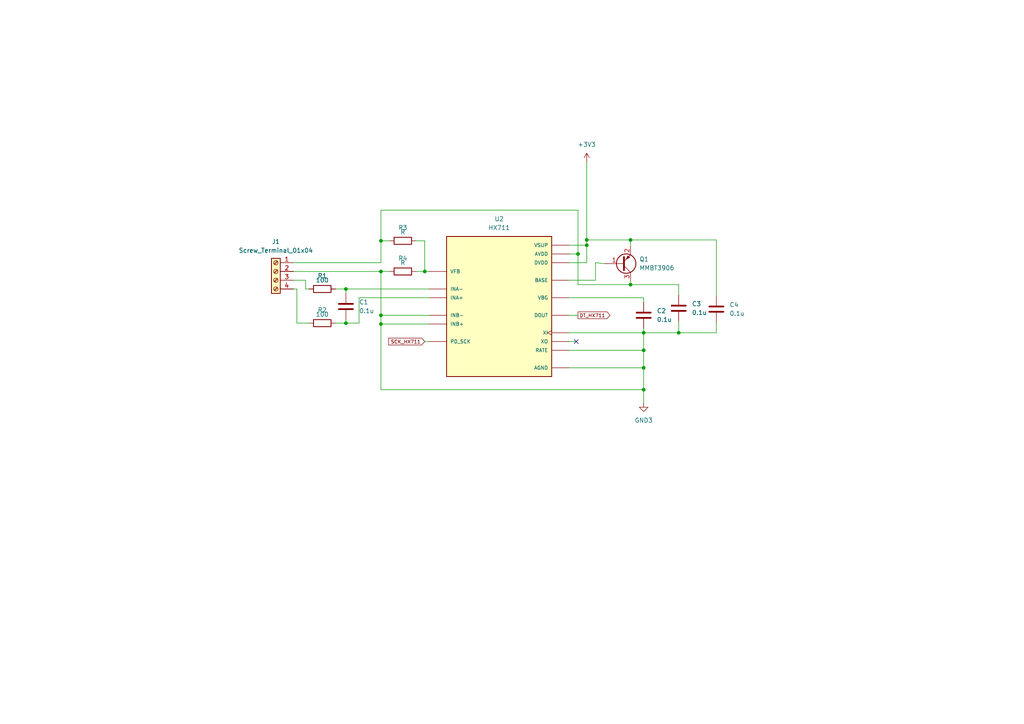
<source format=kicad_sch>
(kicad_sch (version 20211123) (generator eeschema)

  (uuid 6544a0bd-ffbd-452e-864d-571e9d25db30)

  (paper "A4")

  (lib_symbols
    (symbol "Connector:Screw_Terminal_01x04" (pin_names (offset 1.016) hide) (in_bom yes) (on_board yes)
      (property "Reference" "J" (id 0) (at 0 5.08 0)
        (effects (font (size 1.27 1.27)))
      )
      (property "Value" "Screw_Terminal_01x04" (id 1) (at 0 -7.62 0)
        (effects (font (size 1.27 1.27)))
      )
      (property "Footprint" "" (id 2) (at 0 0 0)
        (effects (font (size 1.27 1.27)) hide)
      )
      (property "Datasheet" "~" (id 3) (at 0 0 0)
        (effects (font (size 1.27 1.27)) hide)
      )
      (property "ki_keywords" "screw terminal" (id 4) (at 0 0 0)
        (effects (font (size 1.27 1.27)) hide)
      )
      (property "ki_description" "Generic screw terminal, single row, 01x04, script generated (kicad-library-utils/schlib/autogen/connector/)" (id 5) (at 0 0 0)
        (effects (font (size 1.27 1.27)) hide)
      )
      (property "ki_fp_filters" "TerminalBlock*:*" (id 6) (at 0 0 0)
        (effects (font (size 1.27 1.27)) hide)
      )
      (symbol "Screw_Terminal_01x04_1_1"
        (rectangle (start -1.27 3.81) (end 1.27 -6.35)
          (stroke (width 0.254) (type default) (color 0 0 0 0))
          (fill (type background))
        )
        (circle (center 0 -5.08) (radius 0.635)
          (stroke (width 0.1524) (type default) (color 0 0 0 0))
          (fill (type none))
        )
        (circle (center 0 -2.54) (radius 0.635)
          (stroke (width 0.1524) (type default) (color 0 0 0 0))
          (fill (type none))
        )
        (polyline
          (pts
            (xy -0.5334 -4.7498)
            (xy 0.3302 -5.588)
          )
          (stroke (width 0.1524) (type default) (color 0 0 0 0))
          (fill (type none))
        )
        (polyline
          (pts
            (xy -0.5334 -2.2098)
            (xy 0.3302 -3.048)
          )
          (stroke (width 0.1524) (type default) (color 0 0 0 0))
          (fill (type none))
        )
        (polyline
          (pts
            (xy -0.5334 0.3302)
            (xy 0.3302 -0.508)
          )
          (stroke (width 0.1524) (type default) (color 0 0 0 0))
          (fill (type none))
        )
        (polyline
          (pts
            (xy -0.5334 2.8702)
            (xy 0.3302 2.032)
          )
          (stroke (width 0.1524) (type default) (color 0 0 0 0))
          (fill (type none))
        )
        (polyline
          (pts
            (xy -0.3556 -4.572)
            (xy 0.508 -5.4102)
          )
          (stroke (width 0.1524) (type default) (color 0 0 0 0))
          (fill (type none))
        )
        (polyline
          (pts
            (xy -0.3556 -2.032)
            (xy 0.508 -2.8702)
          )
          (stroke (width 0.1524) (type default) (color 0 0 0 0))
          (fill (type none))
        )
        (polyline
          (pts
            (xy -0.3556 0.508)
            (xy 0.508 -0.3302)
          )
          (stroke (width 0.1524) (type default) (color 0 0 0 0))
          (fill (type none))
        )
        (polyline
          (pts
            (xy -0.3556 3.048)
            (xy 0.508 2.2098)
          )
          (stroke (width 0.1524) (type default) (color 0 0 0 0))
          (fill (type none))
        )
        (circle (center 0 0) (radius 0.635)
          (stroke (width 0.1524) (type default) (color 0 0 0 0))
          (fill (type none))
        )
        (circle (center 0 2.54) (radius 0.635)
          (stroke (width 0.1524) (type default) (color 0 0 0 0))
          (fill (type none))
        )
        (pin passive line (at -5.08 2.54 0) (length 3.81)
          (name "Pin_1" (effects (font (size 1.27 1.27))))
          (number "1" (effects (font (size 1.27 1.27))))
        )
        (pin passive line (at -5.08 0 0) (length 3.81)
          (name "Pin_2" (effects (font (size 1.27 1.27))))
          (number "2" (effects (font (size 1.27 1.27))))
        )
        (pin passive line (at -5.08 -2.54 0) (length 3.81)
          (name "Pin_3" (effects (font (size 1.27 1.27))))
          (number "3" (effects (font (size 1.27 1.27))))
        )
        (pin passive line (at -5.08 -5.08 0) (length 3.81)
          (name "Pin_4" (effects (font (size 1.27 1.27))))
          (number "4" (effects (font (size 1.27 1.27))))
        )
      )
    )
    (symbol "Device:C" (pin_numbers hide) (pin_names (offset 0.254)) (in_bom yes) (on_board yes)
      (property "Reference" "C" (id 0) (at 0.635 2.54 0)
        (effects (font (size 1.27 1.27)) (justify left))
      )
      (property "Value" "C" (id 1) (at 0.635 -2.54 0)
        (effects (font (size 1.27 1.27)) (justify left))
      )
      (property "Footprint" "" (id 2) (at 0.9652 -3.81 0)
        (effects (font (size 1.27 1.27)) hide)
      )
      (property "Datasheet" "~" (id 3) (at 0 0 0)
        (effects (font (size 1.27 1.27)) hide)
      )
      (property "ki_keywords" "cap capacitor" (id 4) (at 0 0 0)
        (effects (font (size 1.27 1.27)) hide)
      )
      (property "ki_description" "Unpolarized capacitor" (id 5) (at 0 0 0)
        (effects (font (size 1.27 1.27)) hide)
      )
      (property "ki_fp_filters" "C_*" (id 6) (at 0 0 0)
        (effects (font (size 1.27 1.27)) hide)
      )
      (symbol "C_0_1"
        (polyline
          (pts
            (xy -2.032 -0.762)
            (xy 2.032 -0.762)
          )
          (stroke (width 0.508) (type default) (color 0 0 0 0))
          (fill (type none))
        )
        (polyline
          (pts
            (xy -2.032 0.762)
            (xy 2.032 0.762)
          )
          (stroke (width 0.508) (type default) (color 0 0 0 0))
          (fill (type none))
        )
      )
      (symbol "C_1_1"
        (pin passive line (at 0 3.81 270) (length 2.794)
          (name "~" (effects (font (size 1.27 1.27))))
          (number "1" (effects (font (size 1.27 1.27))))
        )
        (pin passive line (at 0 -3.81 90) (length 2.794)
          (name "~" (effects (font (size 1.27 1.27))))
          (number "2" (effects (font (size 1.27 1.27))))
        )
      )
    )
    (symbol "Device:R" (pin_numbers hide) (pin_names (offset 0)) (in_bom yes) (on_board yes)
      (property "Reference" "R" (id 0) (at 2.032 0 90)
        (effects (font (size 1.27 1.27)))
      )
      (property "Value" "R" (id 1) (at 0 0 90)
        (effects (font (size 1.27 1.27)))
      )
      (property "Footprint" "" (id 2) (at -1.778 0 90)
        (effects (font (size 1.27 1.27)) hide)
      )
      (property "Datasheet" "~" (id 3) (at 0 0 0)
        (effects (font (size 1.27 1.27)) hide)
      )
      (property "ki_keywords" "R res resistor" (id 4) (at 0 0 0)
        (effects (font (size 1.27 1.27)) hide)
      )
      (property "ki_description" "Resistor" (id 5) (at 0 0 0)
        (effects (font (size 1.27 1.27)) hide)
      )
      (property "ki_fp_filters" "R_*" (id 6) (at 0 0 0)
        (effects (font (size 1.27 1.27)) hide)
      )
      (symbol "R_0_1"
        (rectangle (start -1.016 -2.54) (end 1.016 2.54)
          (stroke (width 0.254) (type default) (color 0 0 0 0))
          (fill (type none))
        )
      )
      (symbol "R_1_1"
        (pin passive line (at 0 3.81 270) (length 1.27)
          (name "~" (effects (font (size 1.27 1.27))))
          (number "1" (effects (font (size 1.27 1.27))))
        )
        (pin passive line (at 0 -3.81 90) (length 1.27)
          (name "~" (effects (font (size 1.27 1.27))))
          (number "2" (effects (font (size 1.27 1.27))))
        )
      )
    )
    (symbol "HX711:HX711" (pin_numbers hide) (pin_names (offset 1.016)) (in_bom yes) (on_board yes)
      (property "Reference" "U" (id 0) (at -15.24 22.86 0)
        (effects (font (size 1.27 1.27)) (justify left bottom))
      )
      (property "Value" "HX711" (id 1) (at -15.24 -25.4 0)
        (effects (font (size 1.27 1.27)) (justify left bottom))
      )
      (property "Footprint" "SOP127P600X180-16N" (id 2) (at 0 0 0)
        (effects (font (size 1.27 1.27)) (justify left bottom) hide)
      )
      (property "Datasheet" "" (id 3) (at 0 0 0)
        (effects (font (size 1.27 1.27)) (justify left bottom) hide)
      )
      (property "PARTREV" "V2.0" (id 4) (at 0 0 0)
        (effects (font (size 1.27 1.27)) (justify left bottom) hide)
      )
      (property "MAXIMUM_PACKAGE_HEIGHT" "1.8 mm" (id 5) (at 0 0 0)
        (effects (font (size 1.27 1.27)) (justify left bottom) hide)
      )
      (property "MANUFACTURER" "Avia Semiconductor" (id 6) (at 0 0 0)
        (effects (font (size 1.27 1.27)) (justify left bottom) hide)
      )
      (property "SNAPEDA_PN" "HX711" (id 7) (at 0 0 0)
        (effects (font (size 1.27 1.27)) (justify left bottom) hide)
      )
      (property "STANDARD" "IPC-7351B" (id 8) (at 0 0 0)
        (effects (font (size 1.27 1.27)) (justify left bottom) hide)
      )
      (property "ki_locked" "" (id 9) (at 0 0 0)
        (effects (font (size 1.27 1.27)))
      )
      (symbol "HX711_0_0"
        (rectangle (start -15.24 -20.32) (end 15.24 20.32)
          (stroke (width 0.254) (type default) (color 0 0 0 0))
          (fill (type background))
        )
        (pin power_in line (at 20.32 17.78 180) (length 5.08)
          (name "VSUP" (effects (font (size 1.016 1.016))))
          (number "1" (effects (font (size 1.016 1.016))))
        )
        (pin input line (at -20.32 -5.08 0) (length 5.08)
          (name "INB+" (effects (font (size 1.016 1.016))))
          (number "10" (effects (font (size 1.016 1.016))))
        )
        (pin input line (at -20.32 -10.16 0) (length 5.08)
          (name "PD_SCK" (effects (font (size 1.016 1.016))))
          (number "11" (effects (font (size 1.016 1.016))))
        )
        (pin output line (at 20.32 -2.54 180) (length 5.08)
          (name "DOUT" (effects (font (size 1.016 1.016))))
          (number "12" (effects (font (size 1.016 1.016))))
        )
        (pin output line (at 20.32 -10.16 180) (length 5.08)
          (name "XO" (effects (font (size 1.016 1.016))))
          (number "13" (effects (font (size 1.016 1.016))))
        )
        (pin input clock (at 20.32 -7.62 180) (length 5.08)
          (name "XI" (effects (font (size 1.016 1.016))))
          (number "14" (effects (font (size 1.016 1.016))))
        )
        (pin input line (at 20.32 -12.7 180) (length 5.08)
          (name "RATE" (effects (font (size 1.016 1.016))))
          (number "15" (effects (font (size 1.016 1.016))))
        )
        (pin power_in line (at 20.32 12.7 180) (length 5.08)
          (name "DVDD" (effects (font (size 1.016 1.016))))
          (number "16" (effects (font (size 1.016 1.016))))
        )
        (pin output line (at 20.32 7.62 180) (length 5.08)
          (name "BASE" (effects (font (size 1.016 1.016))))
          (number "2" (effects (font (size 1.016 1.016))))
        )
        (pin power_in line (at 20.32 15.24 180) (length 5.08)
          (name "AVDD" (effects (font (size 1.016 1.016))))
          (number "3" (effects (font (size 1.016 1.016))))
        )
        (pin input line (at -20.32 10.16 0) (length 5.08)
          (name "VFB" (effects (font (size 1.016 1.016))))
          (number "4" (effects (font (size 1.016 1.016))))
        )
        (pin power_in line (at 20.32 -17.78 180) (length 5.08)
          (name "AGND" (effects (font (size 1.016 1.016))))
          (number "5" (effects (font (size 1.016 1.016))))
        )
        (pin output line (at 20.32 2.54 180) (length 5.08)
          (name "VBG" (effects (font (size 1.016 1.016))))
          (number "6" (effects (font (size 1.016 1.016))))
        )
        (pin input line (at -20.32 5.08 0) (length 5.08)
          (name "INA-" (effects (font (size 1.016 1.016))))
          (number "7" (effects (font (size 1.016 1.016))))
        )
        (pin input line (at -20.32 2.54 0) (length 5.08)
          (name "INA+" (effects (font (size 1.016 1.016))))
          (number "8" (effects (font (size 1.016 1.016))))
        )
        (pin input line (at -20.32 -2.54 0) (length 5.08)
          (name "INB-" (effects (font (size 1.016 1.016))))
          (number "9" (effects (font (size 1.016 1.016))))
        )
      )
    )
    (symbol "Transistor_BJT:MMBT3906" (pin_names (offset 0) hide) (in_bom yes) (on_board yes)
      (property "Reference" "Q" (id 0) (at 5.08 1.905 0)
        (effects (font (size 1.27 1.27)) (justify left))
      )
      (property "Value" "MMBT3906" (id 1) (at 5.08 0 0)
        (effects (font (size 1.27 1.27)) (justify left))
      )
      (property "Footprint" "Package_TO_SOT_SMD:SOT-23" (id 2) (at 5.08 -1.905 0)
        (effects (font (size 1.27 1.27) italic) (justify left) hide)
      )
      (property "Datasheet" "https://www.onsemi.com/pub/Collateral/2N3906-D.PDF" (id 3) (at 0 0 0)
        (effects (font (size 1.27 1.27)) (justify left) hide)
      )
      (property "ki_keywords" "PNP Transistor" (id 4) (at 0 0 0)
        (effects (font (size 1.27 1.27)) hide)
      )
      (property "ki_description" "-0.2A Ic, -40V Vce, Small Signal PNP Transistor, SOT-23" (id 5) (at 0 0 0)
        (effects (font (size 1.27 1.27)) hide)
      )
      (property "ki_fp_filters" "SOT?23*" (id 6) (at 0 0 0)
        (effects (font (size 1.27 1.27)) hide)
      )
      (symbol "MMBT3906_0_1"
        (polyline
          (pts
            (xy 0.635 0.635)
            (xy 2.54 2.54)
          )
          (stroke (width 0) (type default) (color 0 0 0 0))
          (fill (type none))
        )
        (polyline
          (pts
            (xy 0.635 -0.635)
            (xy 2.54 -2.54)
            (xy 2.54 -2.54)
          )
          (stroke (width 0) (type default) (color 0 0 0 0))
          (fill (type none))
        )
        (polyline
          (pts
            (xy 0.635 1.905)
            (xy 0.635 -1.905)
            (xy 0.635 -1.905)
          )
          (stroke (width 0.508) (type default) (color 0 0 0 0))
          (fill (type none))
        )
        (polyline
          (pts
            (xy 2.286 -1.778)
            (xy 1.778 -2.286)
            (xy 1.27 -1.27)
            (xy 2.286 -1.778)
            (xy 2.286 -1.778)
          )
          (stroke (width 0) (type default) (color 0 0 0 0))
          (fill (type outline))
        )
        (circle (center 1.27 0) (radius 2.8194)
          (stroke (width 0.254) (type default) (color 0 0 0 0))
          (fill (type none))
        )
      )
      (symbol "MMBT3906_1_1"
        (pin input line (at -5.08 0 0) (length 5.715)
          (name "B" (effects (font (size 1.27 1.27))))
          (number "1" (effects (font (size 1.27 1.27))))
        )
        (pin passive line (at 2.54 -5.08 90) (length 2.54)
          (name "E" (effects (font (size 1.27 1.27))))
          (number "2" (effects (font (size 1.27 1.27))))
        )
        (pin passive line (at 2.54 5.08 270) (length 2.54)
          (name "C" (effects (font (size 1.27 1.27))))
          (number "3" (effects (font (size 1.27 1.27))))
        )
      )
    )
    (symbol "power:+3V3" (power) (pin_names (offset 0)) (in_bom yes) (on_board yes)
      (property "Reference" "#PWR" (id 0) (at 0 -3.81 0)
        (effects (font (size 1.27 1.27)) hide)
      )
      (property "Value" "+3V3" (id 1) (at 0 3.556 0)
        (effects (font (size 1.27 1.27)))
      )
      (property "Footprint" "" (id 2) (at 0 0 0)
        (effects (font (size 1.27 1.27)) hide)
      )
      (property "Datasheet" "" (id 3) (at 0 0 0)
        (effects (font (size 1.27 1.27)) hide)
      )
      (property "ki_keywords" "power-flag" (id 4) (at 0 0 0)
        (effects (font (size 1.27 1.27)) hide)
      )
      (property "ki_description" "Power symbol creates a global label with name \"+3V3\"" (id 5) (at 0 0 0)
        (effects (font (size 1.27 1.27)) hide)
      )
      (symbol "+3V3_0_1"
        (polyline
          (pts
            (xy -0.762 1.27)
            (xy 0 2.54)
          )
          (stroke (width 0) (type default) (color 0 0 0 0))
          (fill (type none))
        )
        (polyline
          (pts
            (xy 0 0)
            (xy 0 2.54)
          )
          (stroke (width 0) (type default) (color 0 0 0 0))
          (fill (type none))
        )
        (polyline
          (pts
            (xy 0 2.54)
            (xy 0.762 1.27)
          )
          (stroke (width 0) (type default) (color 0 0 0 0))
          (fill (type none))
        )
      )
      (symbol "+3V3_1_1"
        (pin power_in line (at 0 0 90) (length 0) hide
          (name "+3V3" (effects (font (size 1.27 1.27))))
          (number "1" (effects (font (size 1.27 1.27))))
        )
      )
    )
    (symbol "power:GND3" (power) (pin_names (offset 0)) (in_bom yes) (on_board yes)
      (property "Reference" "#PWR" (id 0) (at 0 -6.35 0)
        (effects (font (size 1.27 1.27)) hide)
      )
      (property "Value" "GND3" (id 1) (at 0 -3.81 0)
        (effects (font (size 1.27 1.27)))
      )
      (property "Footprint" "" (id 2) (at 0 0 0)
        (effects (font (size 1.27 1.27)) hide)
      )
      (property "Datasheet" "" (id 3) (at 0 0 0)
        (effects (font (size 1.27 1.27)) hide)
      )
      (property "ki_keywords" "power-flag" (id 4) (at 0 0 0)
        (effects (font (size 1.27 1.27)) hide)
      )
      (property "ki_description" "Power symbol creates a global label with name \"GND3\" , ground" (id 5) (at 0 0 0)
        (effects (font (size 1.27 1.27)) hide)
      )
      (symbol "GND3_0_1"
        (polyline
          (pts
            (xy 0 0)
            (xy 0 -1.27)
            (xy 1.27 -1.27)
            (xy 0 -2.54)
            (xy -1.27 -1.27)
            (xy 0 -1.27)
          )
          (stroke (width 0) (type default) (color 0 0 0 0))
          (fill (type none))
        )
      )
      (symbol "GND3_1_1"
        (pin power_in line (at 0 0 270) (length 0) hide
          (name "GND3" (effects (font (size 1.27 1.27))))
          (number "1" (effects (font (size 1.27 1.27))))
        )
      )
    )
  )


  (junction (at 123.19 78.74) (diameter 0) (color 0 0 0 0)
    (uuid 09941d4f-00ed-4262-adf4-7c7eadd39bdb)
  )
  (junction (at 182.88 69.596) (diameter 0) (color 0 0 0 0)
    (uuid 0ada56a0-5082-4fce-b74c-beb1b7c27c9f)
  )
  (junction (at 186.69 106.68) (diameter 0) (color 0 0 0 0)
    (uuid 2cef992e-b46b-42c8-8893-ced719488072)
  )
  (junction (at 186.69 96.52) (diameter 0) (color 0 0 0 0)
    (uuid 45a8abf5-a0e5-463a-9b4e-498fb5e0a22e)
  )
  (junction (at 170.18 71.12) (diameter 0) (color 0 0 0 0)
    (uuid 5e192d92-a06a-48e3-9fd3-04752c593e36)
  )
  (junction (at 186.69 113.03) (diameter 0) (color 0 0 0 0)
    (uuid 6c105007-2304-4c9a-813d-563dd3ad878b)
  )
  (junction (at 170.18 69.596) (diameter 0) (color 0 0 0 0)
    (uuid 815b0674-1dc8-4e54-9390-deac5378734a)
  )
  (junction (at 110.49 69.85) (diameter 0) (color 0 0 0 0)
    (uuid 8dafc751-9ebe-4c02-9882-857c1d094480)
  )
  (junction (at 196.85 96.52) (diameter 0) (color 0 0 0 0)
    (uuid 9772b01c-743c-4df8-b567-502eab3600f2)
  )
  (junction (at 167.64 73.66) (diameter 0) (color 0 0 0 0)
    (uuid a079b20f-a477-4491-9b51-191fdee2b71a)
  )
  (junction (at 110.49 78.74) (diameter 0) (color 0 0 0 0)
    (uuid a7f8b603-38b0-41a2-a503-181f88fb55bd)
  )
  (junction (at 186.69 101.6) (diameter 0) (color 0 0 0 0)
    (uuid a973d35c-7bb9-4e70-befb-e0ea683963e9)
  )
  (junction (at 100.33 93.726) (diameter 0) (color 0 0 0 0)
    (uuid c4cd767a-e354-46c1-88a8-d95ebbe77f80)
  )
  (junction (at 182.88 82.55) (diameter 0) (color 0 0 0 0)
    (uuid d3eba1cd-f7f5-45b0-9166-2660e50e5f3c)
  )
  (junction (at 110.49 91.44) (diameter 0) (color 0 0 0 0)
    (uuid d62a26b2-552e-41d8-b387-ce070f3eb047)
  )
  (junction (at 110.49 93.98) (diameter 0) (color 0 0 0 0)
    (uuid d70f3f1c-7fc8-4815-aa52-f7321ffae048)
  )
  (junction (at 100.33 83.82) (diameter 0) (color 0 0 0 0)
    (uuid e79e6faf-a6a0-4167-ab0d-1be8001d88ab)
  )

  (no_connect (at 167.132 99.06) (uuid 3d2488a4-478c-4407-a2d8-bfd3d7e92a05))

  (wire (pts (xy 85.09 81.28) (xy 88.646 81.28))
    (stroke (width 0) (type default) (color 0 0 0 0))
    (uuid 05633e9d-6eb1-4deb-b22c-a01025cffaee)
  )
  (wire (pts (xy 120.65 78.74) (xy 123.19 78.74))
    (stroke (width 0) (type default) (color 0 0 0 0))
    (uuid 08697682-6ed8-403e-9899-58ff63fce4b8)
  )
  (wire (pts (xy 165.1 91.44) (xy 167.64 91.44))
    (stroke (width 0) (type default) (color 0 0 0 0))
    (uuid 12ddf4b6-8614-47e3-b37f-8acfe179c50c)
  )
  (wire (pts (xy 123.19 99.06) (xy 124.46 99.06))
    (stroke (width 0) (type default) (color 0 0 0 0))
    (uuid 15c65634-0155-497f-a7ed-a59be7e21a27)
  )
  (wire (pts (xy 100.33 83.82) (xy 124.46 83.82))
    (stroke (width 0) (type default) (color 0 0 0 0))
    (uuid 1e1b5d5a-c0c2-4b71-bc0e-ac709e3a3291)
  )
  (wire (pts (xy 186.69 86.36) (xy 186.69 87.63))
    (stroke (width 0) (type default) (color 0 0 0 0))
    (uuid 245f9f19-76d1-4798-bd7e-2541a48fab4c)
  )
  (wire (pts (xy 165.1 76.2) (xy 170.18 76.2))
    (stroke (width 0) (type default) (color 0 0 0 0))
    (uuid 295aae21-261c-4fcd-88cc-b1a9de263c15)
  )
  (wire (pts (xy 186.69 101.6) (xy 186.69 106.68))
    (stroke (width 0) (type default) (color 0 0 0 0))
    (uuid 2cab39d9-79cf-4e41-9cff-d41eb6bd998c)
  )
  (wire (pts (xy 120.65 69.85) (xy 123.19 69.85))
    (stroke (width 0) (type default) (color 0 0 0 0))
    (uuid 2ce28a47-bc21-4555-b1e0-d987000096a1)
  )
  (wire (pts (xy 207.772 69.596) (xy 182.88 69.596))
    (stroke (width 0) (type default) (color 0 0 0 0))
    (uuid 31785d8b-194e-4a1b-901d-a07f1babecfc)
  )
  (wire (pts (xy 123.19 69.85) (xy 123.19 78.74))
    (stroke (width 0) (type default) (color 0 0 0 0))
    (uuid 3221d8e5-e9b5-4cd6-8428-8130aa00644a)
  )
  (wire (pts (xy 167.132 99.06) (xy 165.1 99.06))
    (stroke (width 0) (type default) (color 0 0 0 0))
    (uuid 35b73a86-9414-4e93-ab55-f99445e1dee8)
  )
  (wire (pts (xy 110.49 91.44) (xy 124.46 91.44))
    (stroke (width 0) (type default) (color 0 0 0 0))
    (uuid 374cf120-53c1-4b76-bdaa-979485242cbc)
  )
  (wire (pts (xy 207.772 93.472) (xy 207.772 96.52))
    (stroke (width 0) (type default) (color 0 0 0 0))
    (uuid 3ce532ba-acef-4fca-a611-f7445e77f792)
  )
  (wire (pts (xy 196.85 85.598) (xy 196.85 82.55))
    (stroke (width 0) (type default) (color 0 0 0 0))
    (uuid 3dda40af-5b5a-429c-9102-363ee72b3b9c)
  )
  (wire (pts (xy 186.69 106.68) (xy 165.1 106.68))
    (stroke (width 0) (type default) (color 0 0 0 0))
    (uuid 42e0b495-41ea-4d67-a8a6-5ba79150377b)
  )
  (wire (pts (xy 186.69 113.03) (xy 186.69 106.68))
    (stroke (width 0) (type default) (color 0 0 0 0))
    (uuid 4442ba42-cc62-47b6-a9d3-db36c66bfec7)
  )
  (wire (pts (xy 170.18 69.596) (xy 170.18 71.12))
    (stroke (width 0) (type default) (color 0 0 0 0))
    (uuid 47cbca13-6415-4e0b-9897-22fc8c7b66cb)
  )
  (wire (pts (xy 165.1 81.28) (xy 172.72 81.28))
    (stroke (width 0) (type default) (color 0 0 0 0))
    (uuid 48c7c81f-5e5f-418f-b690-880f5b3f5018)
  )
  (wire (pts (xy 196.85 93.218) (xy 196.85 96.52))
    (stroke (width 0) (type default) (color 0 0 0 0))
    (uuid 48cf9278-4c41-43c4-ab51-fc63b35a30d7)
  )
  (wire (pts (xy 104.14 86.36) (xy 104.14 93.726))
    (stroke (width 0) (type default) (color 0 0 0 0))
    (uuid 4b3aa735-0258-49fd-9564-4ee6499cd9a0)
  )
  (wire (pts (xy 165.1 96.52) (xy 186.69 96.52))
    (stroke (width 0) (type default) (color 0 0 0 0))
    (uuid 503b780a-5ac2-4ac3-b936-e6783b13b590)
  )
  (wire (pts (xy 85.09 78.74) (xy 110.49 78.74))
    (stroke (width 0) (type default) (color 0 0 0 0))
    (uuid 57b17581-aa98-430a-b261-98978a76ca66)
  )
  (wire (pts (xy 182.88 82.55) (xy 167.64 82.55))
    (stroke (width 0) (type default) (color 0 0 0 0))
    (uuid 58247d2b-cfe1-4d76-a8fe-d9173851dfc1)
  )
  (wire (pts (xy 97.282 93.726) (xy 100.33 93.726))
    (stroke (width 0) (type default) (color 0 0 0 0))
    (uuid 5db34682-9b18-4190-b74c-f49db64d8f75)
  )
  (wire (pts (xy 110.49 91.44) (xy 110.49 93.98))
    (stroke (width 0) (type default) (color 0 0 0 0))
    (uuid 5f37ee7e-1313-4c73-be1a-97c1e81b48e1)
  )
  (wire (pts (xy 85.09 76.2) (xy 110.49 76.2))
    (stroke (width 0) (type default) (color 0 0 0 0))
    (uuid 63323c21-77d5-46c5-97bf-d30700e459af)
  )
  (wire (pts (xy 167.64 73.66) (xy 167.64 60.96))
    (stroke (width 0) (type default) (color 0 0 0 0))
    (uuid 65bb6ab6-a9ac-4edd-9e1b-753d3805ff7e)
  )
  (wire (pts (xy 100.33 83.82) (xy 100.33 85.09))
    (stroke (width 0) (type default) (color 0 0 0 0))
    (uuid 6a6b9459-dce7-41d3-b636-e4e8316819a9)
  )
  (wire (pts (xy 170.18 46.99) (xy 170.18 69.596))
    (stroke (width 0) (type default) (color 0 0 0 0))
    (uuid 6d9f83e1-d38d-4d5c-8a7b-05e85e6b459c)
  )
  (wire (pts (xy 186.69 95.25) (xy 186.69 96.52))
    (stroke (width 0) (type default) (color 0 0 0 0))
    (uuid 6ea8d3c1-745c-4d98-80ca-6f13fd985cd5)
  )
  (wire (pts (xy 100.33 93.726) (xy 104.14 93.726))
    (stroke (width 0) (type default) (color 0 0 0 0))
    (uuid 726190a1-94ee-494c-a13d-2d6dcd06f81e)
  )
  (wire (pts (xy 172.72 81.28) (xy 172.72 76.2))
    (stroke (width 0) (type default) (color 0 0 0 0))
    (uuid 73106169-77fc-49fa-be63-dd9be980b69d)
  )
  (wire (pts (xy 167.64 73.66) (xy 167.64 82.55))
    (stroke (width 0) (type default) (color 0 0 0 0))
    (uuid 770e5b47-66d5-4b42-b0b5-7478a48d3657)
  )
  (wire (pts (xy 182.88 81.534) (xy 182.88 82.55))
    (stroke (width 0) (type default) (color 0 0 0 0))
    (uuid 79b7cc8c-c309-4fb1-b6cf-e7d9e2b8c8b8)
  )
  (wire (pts (xy 123.19 78.74) (xy 124.46 78.74))
    (stroke (width 0) (type default) (color 0 0 0 0))
    (uuid 7ddb63a0-8dd9-41ab-8d05-f6a03488f40d)
  )
  (wire (pts (xy 182.88 71.374) (xy 182.88 69.596))
    (stroke (width 0) (type default) (color 0 0 0 0))
    (uuid 7e8770f3-98f3-4741-867f-76d949ae841a)
  )
  (wire (pts (xy 110.49 113.03) (xy 186.69 113.03))
    (stroke (width 0) (type default) (color 0 0 0 0))
    (uuid 80c0de42-9836-45c6-aa0e-1306fc352518)
  )
  (wire (pts (xy 182.88 69.596) (xy 170.18 69.596))
    (stroke (width 0) (type default) (color 0 0 0 0))
    (uuid 81e2af1f-ee29-4cfa-9d63-ab54355efde1)
  )
  (wire (pts (xy 124.46 93.98) (xy 110.49 93.98))
    (stroke (width 0) (type default) (color 0 0 0 0))
    (uuid 8243b58e-6469-481a-8632-98626a63a5e7)
  )
  (wire (pts (xy 110.49 69.85) (xy 110.49 76.2))
    (stroke (width 0) (type default) (color 0 0 0 0))
    (uuid 84f7c88b-81da-4651-bd06-b013c4e906db)
  )
  (wire (pts (xy 110.49 78.74) (xy 110.49 91.44))
    (stroke (width 0) (type default) (color 0 0 0 0))
    (uuid 8e347c71-c840-4ffa-846f-670514237c00)
  )
  (wire (pts (xy 207.772 96.52) (xy 196.85 96.52))
    (stroke (width 0) (type default) (color 0 0 0 0))
    (uuid 902b7683-2b37-424e-9582-7a5f8b257280)
  )
  (wire (pts (xy 207.772 85.852) (xy 207.772 69.596))
    (stroke (width 0) (type default) (color 0 0 0 0))
    (uuid 927b6ce3-d9cf-4e97-9c9f-4e48529cbb23)
  )
  (wire (pts (xy 186.69 113.03) (xy 186.69 116.84))
    (stroke (width 0) (type default) (color 0 0 0 0))
    (uuid 968cdb94-47cc-4034-af76-951ab1c54817)
  )
  (wire (pts (xy 165.1 101.6) (xy 186.69 101.6))
    (stroke (width 0) (type default) (color 0 0 0 0))
    (uuid 96e83c38-03a5-48de-a5fd-a29881790461)
  )
  (wire (pts (xy 89.662 93.726) (xy 86.106 93.726))
    (stroke (width 0) (type default) (color 0 0 0 0))
    (uuid ab191c6a-a96d-4ed9-8c34-9334ca870cbe)
  )
  (wire (pts (xy 196.85 96.52) (xy 186.69 96.52))
    (stroke (width 0) (type default) (color 0 0 0 0))
    (uuid aef31c86-60af-4739-9271-b177ca1b02f5)
  )
  (wire (pts (xy 165.1 73.66) (xy 167.64 73.66))
    (stroke (width 0) (type default) (color 0 0 0 0))
    (uuid b148c944-ed41-41c7-88bc-1564f231d6ad)
  )
  (wire (pts (xy 104.14 86.36) (xy 124.46 86.36))
    (stroke (width 0) (type default) (color 0 0 0 0))
    (uuid c2472521-03aa-4a92-8235-d06ade946163)
  )
  (wire (pts (xy 97.282 83.82) (xy 100.33 83.82))
    (stroke (width 0) (type default) (color 0 0 0 0))
    (uuid c7fd1210-5d36-44e3-ab61-db42f17fdae1)
  )
  (wire (pts (xy 113.03 78.74) (xy 110.49 78.74))
    (stroke (width 0) (type default) (color 0 0 0 0))
    (uuid cc2caa69-11b0-49e2-a62f-5e571613813c)
  )
  (wire (pts (xy 110.49 60.96) (xy 110.49 69.85))
    (stroke (width 0) (type default) (color 0 0 0 0))
    (uuid cd7a35d4-354f-4f9b-843b-fee929816040)
  )
  (wire (pts (xy 186.69 96.52) (xy 186.69 101.6))
    (stroke (width 0) (type default) (color 0 0 0 0))
    (uuid cdb1a91c-50d3-43ce-98ed-5199ff18dfa5)
  )
  (wire (pts (xy 89.662 83.82) (xy 88.646 83.82))
    (stroke (width 0) (type default) (color 0 0 0 0))
    (uuid d4c5e9d6-3bda-47ac-8808-31b04468e80b)
  )
  (wire (pts (xy 170.18 71.12) (xy 170.18 76.2))
    (stroke (width 0) (type default) (color 0 0 0 0))
    (uuid d6af6628-463a-43c4-af8e-dbf99711e621)
  )
  (wire (pts (xy 85.09 83.82) (xy 86.106 83.82))
    (stroke (width 0) (type default) (color 0 0 0 0))
    (uuid e22e2a4a-bfca-452f-9b3a-2d1fc09976a9)
  )
  (wire (pts (xy 110.49 93.98) (xy 110.49 113.03))
    (stroke (width 0) (type default) (color 0 0 0 0))
    (uuid e51c032f-5bbc-484c-ba9f-e50c9a8d4fe3)
  )
  (wire (pts (xy 196.85 82.55) (xy 182.88 82.55))
    (stroke (width 0) (type default) (color 0 0 0 0))
    (uuid e5cba7a0-707d-4c6c-b7e3-34c0e9c04c38)
  )
  (wire (pts (xy 165.1 71.12) (xy 170.18 71.12))
    (stroke (width 0) (type default) (color 0 0 0 0))
    (uuid ebf5db2b-09e8-4d29-8e74-f92159fd25eb)
  )
  (wire (pts (xy 110.49 69.85) (xy 113.03 69.85))
    (stroke (width 0) (type default) (color 0 0 0 0))
    (uuid eead6a49-663c-4036-8308-37a869099dd6)
  )
  (wire (pts (xy 88.646 83.82) (xy 88.646 81.28))
    (stroke (width 0) (type default) (color 0 0 0 0))
    (uuid eedca919-ee9f-4616-a255-b1ce54cdda6d)
  )
  (wire (pts (xy 100.33 92.71) (xy 100.33 93.726))
    (stroke (width 0) (type default) (color 0 0 0 0))
    (uuid f2039d25-54f8-49f6-93a2-0bd18fffa14d)
  )
  (wire (pts (xy 165.1 86.36) (xy 186.69 86.36))
    (stroke (width 0) (type default) (color 0 0 0 0))
    (uuid f5a148f0-44ee-482a-98ff-2948763db458)
  )
  (wire (pts (xy 172.72 76.2) (xy 175.26 76.454))
    (stroke (width 0) (type default) (color 0 0 0 0))
    (uuid fd16e863-956b-4a3b-9544-5e7e77322658)
  )
  (wire (pts (xy 167.64 60.96) (xy 110.49 60.96))
    (stroke (width 0) (type default) (color 0 0 0 0))
    (uuid fe33023e-ea10-4505-a8ba-476296ac6289)
  )
  (wire (pts (xy 86.106 93.726) (xy 86.106 83.82))
    (stroke (width 0) (type default) (color 0 0 0 0))
    (uuid ffd5239b-abd7-4ab1-8d41-77feb6d61931)
  )

  (global_label "DT_HX711" (shape output) (at 167.64 91.44 0) (fields_autoplaced)
    (effects (font (size 1 1)) (justify left))
    (uuid ab4448ea-507e-4aca-8481-2b127766f179)
    (property "Intersheet References" "${INTERSHEET_REFS}" (id 0) (at 176.921 91.3775 0)
      (effects (font (size 1 1)) (justify left) hide)
    )
  )
  (global_label "SCK_HX711" (shape input) (at 123.19 99.06 180) (fields_autoplaced)
    (effects (font (size 1 1)) (justify right))
    (uuid eccefb71-57aa-4caf-88e2-abd0bc5ddbbe)
    (property "Intersheet References" "${INTERSHEET_REFS}" (id 0) (at 112.7186 98.9975 0)
      (effects (font (size 1 1)) (justify right) hide)
    )
  )

  (symbol (lib_id "power:GND3") (at 186.69 116.84 0) (unit 1)
    (in_bom yes) (on_board yes) (fields_autoplaced)
    (uuid 19b58c1a-50fc-46b7-9f8f-317c7b5e6cff)
    (property "Reference" "#PWR04" (id 0) (at 186.69 123.19 0)
      (effects (font (size 1.27 1.27)) hide)
    )
    (property "Value" "GND3" (id 1) (at 186.69 121.92 0))
    (property "Footprint" "" (id 2) (at 186.69 116.84 0)
      (effects (font (size 1.27 1.27)) hide)
    )
    (property "Datasheet" "" (id 3) (at 186.69 116.84 0)
      (effects (font (size 1.27 1.27)) hide)
    )
    (pin "1" (uuid c5f04a8c-44e9-4898-9822-7b76337b889f))
  )

  (symbol (lib_id "Device:R") (at 93.472 93.726 270) (mirror x) (unit 1)
    (in_bom yes) (on_board yes)
    (uuid 1a417331-cdf2-479f-8548-d02b1c4dd364)
    (property "Reference" "R2" (id 0) (at 93.472 89.916 90))
    (property "Value" "100" (id 1) (at 93.472 91.186 90))
    (property "Footprint" "Resistor_SMD:R_0201_0603Metric_Pad0.64x0.40mm_HandSolder" (id 2) (at 93.472 95.504 90)
      (effects (font (size 1.27 1.27)) hide)
    )
    (property "Datasheet" "~" (id 3) (at 93.472 93.726 0)
      (effects (font (size 1.27 1.27)) hide)
    )
    (pin "1" (uuid 78aaa056-ef2a-4aec-9147-135921c3f193))
    (pin "2" (uuid 766e7d56-eb74-47fa-9e9d-e155e7c98e45))
  )

  (symbol (lib_id "power:+3V3") (at 170.18 46.99 0) (unit 1)
    (in_bom yes) (on_board yes) (fields_autoplaced)
    (uuid 3410633a-ceef-4504-8850-87d995f775a3)
    (property "Reference" "#PWR03" (id 0) (at 170.18 50.8 0)
      (effects (font (size 1.27 1.27)) hide)
    )
    (property "Value" "+3V3" (id 1) (at 170.18 41.91 0))
    (property "Footprint" "" (id 2) (at 170.18 46.99 0)
      (effects (font (size 1.27 1.27)) hide)
    )
    (property "Datasheet" "" (id 3) (at 170.18 46.99 0)
      (effects (font (size 1.27 1.27)) hide)
    )
    (pin "1" (uuid 91fb7a2c-3c12-46d6-9acc-21f64af73e05))
  )

  (symbol (lib_id "Device:R") (at 116.84 69.85 270) (unit 1)
    (in_bom yes) (on_board yes)
    (uuid 3a93cf8a-7548-4743-8fbd-e74b9849930b)
    (property "Reference" "R3" (id 0) (at 116.84 66.04 90))
    (property "Value" "R" (id 1) (at 116.84 67.31 90))
    (property "Footprint" "Resistor_SMD:R_0201_0603Metric_Pad0.64x0.40mm_HandSolder" (id 2) (at 116.84 68.072 90)
      (effects (font (size 1.27 1.27)) hide)
    )
    (property "Datasheet" "~" (id 3) (at 116.84 69.85 0)
      (effects (font (size 1.27 1.27)) hide)
    )
    (pin "1" (uuid 26e2cb01-5490-4748-a2a4-4db115aba2d2))
    (pin "2" (uuid ae437c95-36bc-48de-9db6-6b954de31c86))
  )

  (symbol (lib_id "Connector:Screw_Terminal_01x04") (at 80.01 78.74 0) (mirror y) (unit 1)
    (in_bom yes) (on_board yes) (fields_autoplaced)
    (uuid 44e3725d-64c5-40f5-a0dc-19bfff816fe6)
    (property "Reference" "J1" (id 0) (at 80.01 70.104 0))
    (property "Value" "Screw_Terminal_01x04" (id 1) (at 80.01 72.644 0))
    (property "Footprint" "TerminalBlock:TerminalBlock_bornier-4_P5.08mm" (id 2) (at 80.01 78.74 0)
      (effects (font (size 1.27 1.27)) hide)
    )
    (property "Datasheet" "~" (id 3) (at 80.01 78.74 0)
      (effects (font (size 1.27 1.27)) hide)
    )
    (pin "1" (uuid f00c41a9-74dd-47d1-aaa4-94e3fff3d73b))
    (pin "2" (uuid 5827ac19-4307-4fd1-b94c-28fd7c015dcc))
    (pin "3" (uuid a649d8f8-63f4-4f6f-bc12-ce561e2872a2))
    (pin "4" (uuid 05ef6b58-c7d4-4d95-ae09-58c8aa0c0651))
  )

  (symbol (lib_id "Transistor_BJT:MMBT3906") (at 180.34 76.454 0) (mirror x) (unit 1)
    (in_bom yes) (on_board yes) (fields_autoplaced)
    (uuid 4f87bbd3-9daf-435b-be45-907a9dd6b47a)
    (property "Reference" "Q1" (id 0) (at 185.42 75.1839 0)
      (effects (font (size 1.27 1.27)) (justify left))
    )
    (property "Value" "MMBT3906" (id 1) (at 185.42 77.7239 0)
      (effects (font (size 1.27 1.27)) (justify left))
    )
    (property "Footprint" "Package_TO_SOT_SMD:SOT-23" (id 2) (at 185.42 74.549 0)
      (effects (font (size 1.27 1.27) italic) (justify left) hide)
    )
    (property "Datasheet" "https://www.onsemi.com/pub/Collateral/2N3906-D.PDF" (id 3) (at 180.34 76.454 0)
      (effects (font (size 1.27 1.27)) (justify left) hide)
    )
    (pin "1" (uuid 3b3fea20-495b-4c2d-8334-401c57df0d89))
    (pin "2" (uuid 2a89ecb5-4cf6-42b1-bce8-f6fd5c597160))
    (pin "3" (uuid 7596a33e-8e1f-438f-9750-ed8185e1b393))
  )

  (symbol (lib_id "Device:R") (at 116.84 78.74 270) (unit 1)
    (in_bom yes) (on_board yes)
    (uuid 4f9c8501-ef70-491d-9c5f-8dbc23e0dcde)
    (property "Reference" "R4" (id 0) (at 116.84 74.93 90))
    (property "Value" "R" (id 1) (at 116.84 76.2 90))
    (property "Footprint" "Resistor_SMD:R_0201_0603Metric_Pad0.64x0.40mm_HandSolder" (id 2) (at 116.84 76.962 90)
      (effects (font (size 1.27 1.27)) hide)
    )
    (property "Datasheet" "~" (id 3) (at 116.84 78.74 0)
      (effects (font (size 1.27 1.27)) hide)
    )
    (pin "1" (uuid 369f2263-ab44-4229-8ec2-369b637172fe))
    (pin "2" (uuid 00613624-4a34-4490-a417-8b90310e28b6))
  )

  (symbol (lib_id "Device:C") (at 207.772 89.662 0) (unit 1)
    (in_bom yes) (on_board yes) (fields_autoplaced)
    (uuid 4fa4095f-7555-4602-a28e-4f5196bd59f8)
    (property "Reference" "C4" (id 0) (at 211.582 88.3919 0)
      (effects (font (size 1.27 1.27)) (justify left))
    )
    (property "Value" "0.1u" (id 1) (at 211.582 90.9319 0)
      (effects (font (size 1.27 1.27)) (justify left))
    )
    (property "Footprint" "Capacitor_SMD:C_0201_0603Metric" (id 2) (at 208.7372 93.472 0)
      (effects (font (size 1.27 1.27)) hide)
    )
    (property "Datasheet" "~" (id 3) (at 207.772 89.662 0)
      (effects (font (size 1.27 1.27)) hide)
    )
    (pin "1" (uuid 96a4954b-7f8a-4d97-b618-c32e980b3cce))
    (pin "2" (uuid 002e5128-ec49-4e31-94b0-0dda98a645f9))
  )

  (symbol (lib_id "Device:C") (at 100.33 88.9 0) (unit 1)
    (in_bom yes) (on_board yes) (fields_autoplaced)
    (uuid 5550e554-b257-407a-b53d-85e7fe4e1668)
    (property "Reference" "C1" (id 0) (at 104.14 87.6299 0)
      (effects (font (size 1.27 1.27)) (justify left))
    )
    (property "Value" "0.1u" (id 1) (at 104.14 90.1699 0)
      (effects (font (size 1.27 1.27)) (justify left))
    )
    (property "Footprint" "Capacitor_SMD:C_0201_0603Metric" (id 2) (at 101.2952 92.71 0)
      (effects (font (size 1.27 1.27)) hide)
    )
    (property "Datasheet" "~" (id 3) (at 100.33 88.9 0)
      (effects (font (size 1.27 1.27)) hide)
    )
    (pin "1" (uuid 9f745ff7-23b4-42f7-bb2c-457773b2aa89))
    (pin "2" (uuid d747e979-b784-400f-a0e1-f2af511aa06f))
  )

  (symbol (lib_id "Device:R") (at 93.472 83.82 270) (unit 1)
    (in_bom yes) (on_board yes)
    (uuid 8fac41ae-06a3-4a5f-9bcc-c880f2079bcb)
    (property "Reference" "R1" (id 0) (at 93.472 80.01 90))
    (property "Value" "100" (id 1) (at 93.472 81.28 90))
    (property "Footprint" "Resistor_SMD:R_0201_0603Metric_Pad0.64x0.40mm_HandSolder" (id 2) (at 93.472 82.042 90)
      (effects (font (size 1.27 1.27)) hide)
    )
    (property "Datasheet" "~" (id 3) (at 93.472 83.82 0)
      (effects (font (size 1.27 1.27)) hide)
    )
    (pin "1" (uuid a3c23d8f-cdd7-4534-b7d9-76c1d8ea61c2))
    (pin "2" (uuid 74a4fd06-e78a-4ff0-804a-720415854443))
  )

  (symbol (lib_id "Device:C") (at 186.69 91.44 0) (unit 1)
    (in_bom yes) (on_board yes) (fields_autoplaced)
    (uuid a211a880-307f-422d-8a77-1e269c8d579b)
    (property "Reference" "C2" (id 0) (at 190.5 90.1699 0)
      (effects (font (size 1.27 1.27)) (justify left))
    )
    (property "Value" "0.1u" (id 1) (at 190.5 92.7099 0)
      (effects (font (size 1.27 1.27)) (justify left))
    )
    (property "Footprint" "Capacitor_SMD:C_0201_0603Metric" (id 2) (at 187.6552 95.25 0)
      (effects (font (size 1.27 1.27)) hide)
    )
    (property "Datasheet" "~" (id 3) (at 186.69 91.44 0)
      (effects (font (size 1.27 1.27)) hide)
    )
    (pin "1" (uuid 0136d5c2-88c4-4b7e-800c-5b5c4a5c697c))
    (pin "2" (uuid 2e6613d1-e6f9-48f8-ae44-ca1b36597b63))
  )

  (symbol (lib_id "Device:C") (at 196.85 89.408 0) (unit 1)
    (in_bom yes) (on_board yes) (fields_autoplaced)
    (uuid acefee04-3798-45bb-b3aa-3e4e5f8d946e)
    (property "Reference" "C3" (id 0) (at 200.66 88.1379 0)
      (effects (font (size 1.27 1.27)) (justify left))
    )
    (property "Value" "0.1u" (id 1) (at 200.66 90.6779 0)
      (effects (font (size 1.27 1.27)) (justify left))
    )
    (property "Footprint" "Capacitor_SMD:C_0201_0603Metric" (id 2) (at 197.8152 93.218 0)
      (effects (font (size 1.27 1.27)) hide)
    )
    (property "Datasheet" "~" (id 3) (at 196.85 89.408 0)
      (effects (font (size 1.27 1.27)) hide)
    )
    (pin "1" (uuid bde2f38a-e2cf-41e8-abac-0ef27a8506f0))
    (pin "2" (uuid a02b1845-d60b-4e08-b947-6fcd11cb6233))
  )

  (symbol (lib_id "HX711:HX711") (at 144.78 88.9 0) (unit 1)
    (in_bom yes) (on_board yes) (fields_autoplaced)
    (uuid fa406c26-6f4a-41df-9455-9f4bea31f518)
    (property "Reference" "U2" (id 0) (at 144.78 63.5 0))
    (property "Value" "HX711" (id 1) (at 144.78 66.04 0))
    (property "Footprint" "HX711:SOP127P600X180-16N" (id 2) (at 144.78 88.9 0)
      (effects (font (size 1.27 1.27)) (justify left bottom) hide)
    )
    (property "Datasheet" "" (id 3) (at 144.78 88.9 0)
      (effects (font (size 1.27 1.27)) (justify left bottom) hide)
    )
    (property "PARTREV" "V2.0" (id 4) (at 144.78 88.9 0)
      (effects (font (size 1.27 1.27)) (justify left bottom) hide)
    )
    (property "MAXIMUM_PACKAGE_HEIGHT" "1.8 mm" (id 5) (at 144.78 88.9 0)
      (effects (font (size 1.27 1.27)) (justify left bottom) hide)
    )
    (property "MANUFACTURER" "Avia Semiconductor" (id 6) (at 144.78 88.9 0)
      (effects (font (size 1.27 1.27)) (justify left bottom) hide)
    )
    (property "SNAPEDA_PN" "HX711" (id 7) (at 144.78 88.9 0)
      (effects (font (size 1.27 1.27)) (justify left bottom) hide)
    )
    (property "STANDARD" "IPC-7351B" (id 8) (at 144.78 88.9 0)
      (effects (font (size 1.27 1.27)) (justify left bottom) hide)
    )
    (pin "1" (uuid e1e4a924-4cfe-4acb-9c49-3a224ae66371))
    (pin "10" (uuid 2c6c988b-84dc-4f20-b590-cf97e82cbbe2))
    (pin "11" (uuid 066f816b-0b73-4af0-aee6-165bb1b52996))
    (pin "12" (uuid 70054a32-e1f6-4afa-9d30-3735e885b6ca))
    (pin "13" (uuid 32f296eb-174a-41ea-9abc-5e47bae04124))
    (pin "14" (uuid 73d0b73e-9c51-4a0a-8429-85b92a25c9f3))
    (pin "15" (uuid 99f57d28-62dd-4564-bb67-ce1d1078d360))
    (pin "16" (uuid bcf8e71d-74ef-4c9a-af80-d688529c8f1b))
    (pin "2" (uuid 7020d0e4-bbe1-4e4c-b85e-dc03770ce19a))
    (pin "3" (uuid 97f58ac8-e3da-4d9e-a456-0e7be932a0bc))
    (pin "4" (uuid ec204479-a380-473f-9c29-90b212d9a609))
    (pin "5" (uuid d72b138d-e22d-46ea-b23f-16c0afeac141))
    (pin "6" (uuid d3436250-bb87-4f1a-a2c4-468624994ec1))
    (pin "7" (uuid 4c05bfde-31ec-4f4c-befa-77f1d8d182d9))
    (pin "8" (uuid b861858b-5fe5-4890-bf0b-8fa4ff4b6131))
    (pin "9" (uuid 0f75b33a-8bc2-4dab-b40e-3302ef6d4bc1))
  )
)

</source>
